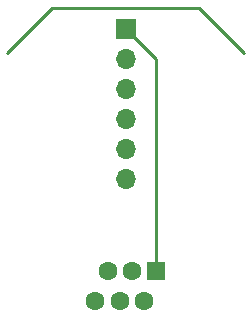
<source format=gbr>
G04 #@! TF.GenerationSoftware,KiCad,Pcbnew,(5.1.9)-1*
G04 #@! TF.CreationDate,2022-02-01T16:59:12-07:00*
G04 #@! TF.ProjectId,Limit_to_RJ11,4c696d69-745f-4746-9f5f-524a31312e6b,rev?*
G04 #@! TF.SameCoordinates,Original*
G04 #@! TF.FileFunction,Copper,L2,Bot*
G04 #@! TF.FilePolarity,Positive*
%FSLAX46Y46*%
G04 Gerber Fmt 4.6, Leading zero omitted, Abs format (unit mm)*
G04 Created by KiCad (PCBNEW (5.1.9)-1) date 2022-02-01 16:59:12*
%MOMM*%
%LPD*%
G01*
G04 APERTURE LIST*
G04 #@! TA.AperFunction,ComponentPad*
%ADD10C,1.600000*%
G04 #@! TD*
G04 #@! TA.AperFunction,ComponentPad*
%ADD11R,1.600000X1.600000*%
G04 #@! TD*
G04 #@! TA.AperFunction,ComponentPad*
%ADD12R,1.700000X1.700000*%
G04 #@! TD*
G04 #@! TA.AperFunction,ComponentPad*
%ADD13O,1.700000X1.700000*%
G04 #@! TD*
G04 #@! TA.AperFunction,Conductor*
%ADD14C,0.250000*%
G04 #@! TD*
G04 APERTURE END LIST*
D10*
X14490000Y-26020000D03*
X15510000Y-23480000D03*
X16530000Y-26020000D03*
D11*
X17550000Y-23480000D03*
D10*
X12450000Y-26020000D03*
X13470000Y-23480000D03*
D12*
X15000000Y-3000000D03*
D13*
X15000000Y-5540000D03*
X15000000Y-8080000D03*
X15000000Y-10620000D03*
X15000000Y-13160000D03*
X15000000Y-15700000D03*
D14*
X17550000Y-5550000D02*
X15000000Y-3000000D01*
X17550000Y-23480000D02*
X17550000Y-5550000D01*
X21250000Y-1250000D02*
X25000000Y-5000000D01*
X8750000Y-1250000D02*
X21250000Y-1250000D01*
X5000000Y-5000000D02*
X8750000Y-1250000D01*
X14490000Y-26020000D02*
X14344998Y-26020000D01*
X17195002Y-26020000D02*
X16530000Y-26020000D01*
M02*

</source>
